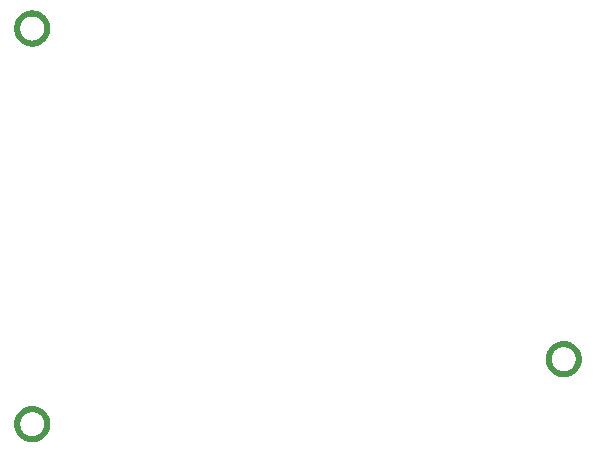
<source format=gbr>
G04 EAGLE Gerber RS-274X export*
G75*
%MOMM*%
%FSLAX34Y34*%
%LPD*%
%INSilkscreen Bottom*%
%IPPOS*%
%AMOC8*
5,1,8,0,0,1.08239X$1,22.5*%
G01*
%ADD10C,0.500000*%


D10*
X-47748Y355000D02*
X-47744Y355313D01*
X-47733Y355626D01*
X-47713Y355938D01*
X-47687Y356250D01*
X-47652Y356560D01*
X-47610Y356871D01*
X-47560Y357179D01*
X-47503Y357487D01*
X-47438Y357793D01*
X-47366Y358098D01*
X-47286Y358400D01*
X-47199Y358701D01*
X-47105Y358999D01*
X-47003Y359295D01*
X-46894Y359588D01*
X-46778Y359878D01*
X-46654Y360166D01*
X-46524Y360450D01*
X-46387Y360732D01*
X-46243Y361009D01*
X-46092Y361283D01*
X-45934Y361554D01*
X-45770Y361820D01*
X-45600Y362082D01*
X-45423Y362340D01*
X-45239Y362594D01*
X-45050Y362843D01*
X-44854Y363087D01*
X-44653Y363327D01*
X-44446Y363561D01*
X-44233Y363790D01*
X-44014Y364014D01*
X-43790Y364233D01*
X-43561Y364446D01*
X-43327Y364653D01*
X-43087Y364854D01*
X-42843Y365050D01*
X-42594Y365239D01*
X-42340Y365423D01*
X-42082Y365600D01*
X-41820Y365770D01*
X-41554Y365934D01*
X-41283Y366092D01*
X-41009Y366243D01*
X-40732Y366387D01*
X-40450Y366524D01*
X-40166Y366654D01*
X-39878Y366778D01*
X-39588Y366894D01*
X-39295Y367003D01*
X-38999Y367105D01*
X-38701Y367199D01*
X-38400Y367286D01*
X-38098Y367366D01*
X-37793Y367438D01*
X-37487Y367503D01*
X-37179Y367560D01*
X-36871Y367610D01*
X-36560Y367652D01*
X-36250Y367687D01*
X-35938Y367713D01*
X-35626Y367733D01*
X-35313Y367744D01*
X-35000Y367748D01*
X-34687Y367744D01*
X-34374Y367733D01*
X-34062Y367713D01*
X-33750Y367687D01*
X-33440Y367652D01*
X-33129Y367610D01*
X-32821Y367560D01*
X-32513Y367503D01*
X-32207Y367438D01*
X-31902Y367366D01*
X-31600Y367286D01*
X-31299Y367199D01*
X-31001Y367105D01*
X-30705Y367003D01*
X-30412Y366894D01*
X-30122Y366778D01*
X-29834Y366654D01*
X-29550Y366524D01*
X-29268Y366387D01*
X-28991Y366243D01*
X-28717Y366092D01*
X-28446Y365934D01*
X-28180Y365770D01*
X-27918Y365600D01*
X-27660Y365423D01*
X-27406Y365239D01*
X-27157Y365050D01*
X-26913Y364854D01*
X-26673Y364653D01*
X-26439Y364446D01*
X-26210Y364233D01*
X-25986Y364014D01*
X-25767Y363790D01*
X-25554Y363561D01*
X-25347Y363327D01*
X-25146Y363087D01*
X-24950Y362843D01*
X-24761Y362594D01*
X-24577Y362340D01*
X-24400Y362082D01*
X-24230Y361820D01*
X-24066Y361554D01*
X-23908Y361283D01*
X-23757Y361009D01*
X-23613Y360732D01*
X-23476Y360450D01*
X-23346Y360166D01*
X-23222Y359878D01*
X-23106Y359588D01*
X-22997Y359295D01*
X-22895Y358999D01*
X-22801Y358701D01*
X-22714Y358400D01*
X-22634Y358098D01*
X-22562Y357793D01*
X-22497Y357487D01*
X-22440Y357179D01*
X-22390Y356871D01*
X-22348Y356560D01*
X-22313Y356250D01*
X-22287Y355938D01*
X-22267Y355626D01*
X-22256Y355313D01*
X-22252Y355000D01*
X-22256Y354687D01*
X-22267Y354374D01*
X-22287Y354062D01*
X-22313Y353750D01*
X-22348Y353440D01*
X-22390Y353129D01*
X-22440Y352821D01*
X-22497Y352513D01*
X-22562Y352207D01*
X-22634Y351902D01*
X-22714Y351600D01*
X-22801Y351299D01*
X-22895Y351001D01*
X-22997Y350705D01*
X-23106Y350412D01*
X-23222Y350122D01*
X-23346Y349834D01*
X-23476Y349550D01*
X-23613Y349268D01*
X-23757Y348991D01*
X-23908Y348717D01*
X-24066Y348446D01*
X-24230Y348180D01*
X-24400Y347918D01*
X-24577Y347660D01*
X-24761Y347406D01*
X-24950Y347157D01*
X-25146Y346913D01*
X-25347Y346673D01*
X-25554Y346439D01*
X-25767Y346210D01*
X-25986Y345986D01*
X-26210Y345767D01*
X-26439Y345554D01*
X-26673Y345347D01*
X-26913Y345146D01*
X-27157Y344950D01*
X-27406Y344761D01*
X-27660Y344577D01*
X-27918Y344400D01*
X-28180Y344230D01*
X-28446Y344066D01*
X-28717Y343908D01*
X-28991Y343757D01*
X-29268Y343613D01*
X-29550Y343476D01*
X-29834Y343346D01*
X-30122Y343222D01*
X-30412Y343106D01*
X-30705Y342997D01*
X-31001Y342895D01*
X-31299Y342801D01*
X-31600Y342714D01*
X-31902Y342634D01*
X-32207Y342562D01*
X-32513Y342497D01*
X-32821Y342440D01*
X-33129Y342390D01*
X-33440Y342348D01*
X-33750Y342313D01*
X-34062Y342287D01*
X-34374Y342267D01*
X-34687Y342256D01*
X-35000Y342252D01*
X-35313Y342256D01*
X-35626Y342267D01*
X-35938Y342287D01*
X-36250Y342313D01*
X-36560Y342348D01*
X-36871Y342390D01*
X-37179Y342440D01*
X-37487Y342497D01*
X-37793Y342562D01*
X-38098Y342634D01*
X-38400Y342714D01*
X-38701Y342801D01*
X-38999Y342895D01*
X-39295Y342997D01*
X-39588Y343106D01*
X-39878Y343222D01*
X-40166Y343346D01*
X-40450Y343476D01*
X-40732Y343613D01*
X-41009Y343757D01*
X-41283Y343908D01*
X-41554Y344066D01*
X-41820Y344230D01*
X-42082Y344400D01*
X-42340Y344577D01*
X-42594Y344761D01*
X-42843Y344950D01*
X-43087Y345146D01*
X-43327Y345347D01*
X-43561Y345554D01*
X-43790Y345767D01*
X-44014Y345986D01*
X-44233Y346210D01*
X-44446Y346439D01*
X-44653Y346673D01*
X-44854Y346913D01*
X-45050Y347157D01*
X-45239Y347406D01*
X-45423Y347660D01*
X-45600Y347918D01*
X-45770Y348180D01*
X-45934Y348446D01*
X-46092Y348717D01*
X-46243Y348991D01*
X-46387Y349268D01*
X-46524Y349550D01*
X-46654Y349834D01*
X-46778Y350122D01*
X-46894Y350412D01*
X-47003Y350705D01*
X-47105Y351001D01*
X-47199Y351299D01*
X-47286Y351600D01*
X-47366Y351902D01*
X-47438Y352207D01*
X-47503Y352513D01*
X-47560Y352821D01*
X-47610Y353129D01*
X-47652Y353440D01*
X-47687Y353750D01*
X-47713Y354062D01*
X-47733Y354374D01*
X-47744Y354687D01*
X-47748Y355000D01*
X-47748Y20000D02*
X-47744Y20313D01*
X-47733Y20626D01*
X-47713Y20938D01*
X-47687Y21250D01*
X-47652Y21560D01*
X-47610Y21871D01*
X-47560Y22179D01*
X-47503Y22487D01*
X-47438Y22793D01*
X-47366Y23098D01*
X-47286Y23400D01*
X-47199Y23701D01*
X-47105Y23999D01*
X-47003Y24295D01*
X-46894Y24588D01*
X-46778Y24878D01*
X-46654Y25166D01*
X-46524Y25450D01*
X-46387Y25732D01*
X-46243Y26009D01*
X-46092Y26283D01*
X-45934Y26554D01*
X-45770Y26820D01*
X-45600Y27082D01*
X-45423Y27340D01*
X-45239Y27594D01*
X-45050Y27843D01*
X-44854Y28087D01*
X-44653Y28327D01*
X-44446Y28561D01*
X-44233Y28790D01*
X-44014Y29014D01*
X-43790Y29233D01*
X-43561Y29446D01*
X-43327Y29653D01*
X-43087Y29854D01*
X-42843Y30050D01*
X-42594Y30239D01*
X-42340Y30423D01*
X-42082Y30600D01*
X-41820Y30770D01*
X-41554Y30934D01*
X-41283Y31092D01*
X-41009Y31243D01*
X-40732Y31387D01*
X-40450Y31524D01*
X-40166Y31654D01*
X-39878Y31778D01*
X-39588Y31894D01*
X-39295Y32003D01*
X-38999Y32105D01*
X-38701Y32199D01*
X-38400Y32286D01*
X-38098Y32366D01*
X-37793Y32438D01*
X-37487Y32503D01*
X-37179Y32560D01*
X-36871Y32610D01*
X-36560Y32652D01*
X-36250Y32687D01*
X-35938Y32713D01*
X-35626Y32733D01*
X-35313Y32744D01*
X-35000Y32748D01*
X-34687Y32744D01*
X-34374Y32733D01*
X-34062Y32713D01*
X-33750Y32687D01*
X-33440Y32652D01*
X-33129Y32610D01*
X-32821Y32560D01*
X-32513Y32503D01*
X-32207Y32438D01*
X-31902Y32366D01*
X-31600Y32286D01*
X-31299Y32199D01*
X-31001Y32105D01*
X-30705Y32003D01*
X-30412Y31894D01*
X-30122Y31778D01*
X-29834Y31654D01*
X-29550Y31524D01*
X-29268Y31387D01*
X-28991Y31243D01*
X-28717Y31092D01*
X-28446Y30934D01*
X-28180Y30770D01*
X-27918Y30600D01*
X-27660Y30423D01*
X-27406Y30239D01*
X-27157Y30050D01*
X-26913Y29854D01*
X-26673Y29653D01*
X-26439Y29446D01*
X-26210Y29233D01*
X-25986Y29014D01*
X-25767Y28790D01*
X-25554Y28561D01*
X-25347Y28327D01*
X-25146Y28087D01*
X-24950Y27843D01*
X-24761Y27594D01*
X-24577Y27340D01*
X-24400Y27082D01*
X-24230Y26820D01*
X-24066Y26554D01*
X-23908Y26283D01*
X-23757Y26009D01*
X-23613Y25732D01*
X-23476Y25450D01*
X-23346Y25166D01*
X-23222Y24878D01*
X-23106Y24588D01*
X-22997Y24295D01*
X-22895Y23999D01*
X-22801Y23701D01*
X-22714Y23400D01*
X-22634Y23098D01*
X-22562Y22793D01*
X-22497Y22487D01*
X-22440Y22179D01*
X-22390Y21871D01*
X-22348Y21560D01*
X-22313Y21250D01*
X-22287Y20938D01*
X-22267Y20626D01*
X-22256Y20313D01*
X-22252Y20000D01*
X-22256Y19687D01*
X-22267Y19374D01*
X-22287Y19062D01*
X-22313Y18750D01*
X-22348Y18440D01*
X-22390Y18129D01*
X-22440Y17821D01*
X-22497Y17513D01*
X-22562Y17207D01*
X-22634Y16902D01*
X-22714Y16600D01*
X-22801Y16299D01*
X-22895Y16001D01*
X-22997Y15705D01*
X-23106Y15412D01*
X-23222Y15122D01*
X-23346Y14834D01*
X-23476Y14550D01*
X-23613Y14268D01*
X-23757Y13991D01*
X-23908Y13717D01*
X-24066Y13446D01*
X-24230Y13180D01*
X-24400Y12918D01*
X-24577Y12660D01*
X-24761Y12406D01*
X-24950Y12157D01*
X-25146Y11913D01*
X-25347Y11673D01*
X-25554Y11439D01*
X-25767Y11210D01*
X-25986Y10986D01*
X-26210Y10767D01*
X-26439Y10554D01*
X-26673Y10347D01*
X-26913Y10146D01*
X-27157Y9950D01*
X-27406Y9761D01*
X-27660Y9577D01*
X-27918Y9400D01*
X-28180Y9230D01*
X-28446Y9066D01*
X-28717Y8908D01*
X-28991Y8757D01*
X-29268Y8613D01*
X-29550Y8476D01*
X-29834Y8346D01*
X-30122Y8222D01*
X-30412Y8106D01*
X-30705Y7997D01*
X-31001Y7895D01*
X-31299Y7801D01*
X-31600Y7714D01*
X-31902Y7634D01*
X-32207Y7562D01*
X-32513Y7497D01*
X-32821Y7440D01*
X-33129Y7390D01*
X-33440Y7348D01*
X-33750Y7313D01*
X-34062Y7287D01*
X-34374Y7267D01*
X-34687Y7256D01*
X-35000Y7252D01*
X-35313Y7256D01*
X-35626Y7267D01*
X-35938Y7287D01*
X-36250Y7313D01*
X-36560Y7348D01*
X-36871Y7390D01*
X-37179Y7440D01*
X-37487Y7497D01*
X-37793Y7562D01*
X-38098Y7634D01*
X-38400Y7714D01*
X-38701Y7801D01*
X-38999Y7895D01*
X-39295Y7997D01*
X-39588Y8106D01*
X-39878Y8222D01*
X-40166Y8346D01*
X-40450Y8476D01*
X-40732Y8613D01*
X-41009Y8757D01*
X-41283Y8908D01*
X-41554Y9066D01*
X-41820Y9230D01*
X-42082Y9400D01*
X-42340Y9577D01*
X-42594Y9761D01*
X-42843Y9950D01*
X-43087Y10146D01*
X-43327Y10347D01*
X-43561Y10554D01*
X-43790Y10767D01*
X-44014Y10986D01*
X-44233Y11210D01*
X-44446Y11439D01*
X-44653Y11673D01*
X-44854Y11913D01*
X-45050Y12157D01*
X-45239Y12406D01*
X-45423Y12660D01*
X-45600Y12918D01*
X-45770Y13180D01*
X-45934Y13446D01*
X-46092Y13717D01*
X-46243Y13991D01*
X-46387Y14268D01*
X-46524Y14550D01*
X-46654Y14834D01*
X-46778Y15122D01*
X-46894Y15412D01*
X-47003Y15705D01*
X-47105Y16001D01*
X-47199Y16299D01*
X-47286Y16600D01*
X-47366Y16902D01*
X-47438Y17207D01*
X-47503Y17513D01*
X-47560Y17821D01*
X-47610Y18129D01*
X-47652Y18440D01*
X-47687Y18750D01*
X-47713Y19062D01*
X-47733Y19374D01*
X-47744Y19687D01*
X-47748Y20000D01*
X402252Y75000D02*
X402256Y75313D01*
X402267Y75626D01*
X402287Y75938D01*
X402313Y76250D01*
X402348Y76560D01*
X402390Y76871D01*
X402440Y77179D01*
X402497Y77487D01*
X402562Y77793D01*
X402634Y78098D01*
X402714Y78400D01*
X402801Y78701D01*
X402895Y78999D01*
X402997Y79295D01*
X403106Y79588D01*
X403222Y79878D01*
X403346Y80166D01*
X403476Y80450D01*
X403613Y80732D01*
X403757Y81009D01*
X403908Y81283D01*
X404066Y81554D01*
X404230Y81820D01*
X404400Y82082D01*
X404577Y82340D01*
X404761Y82594D01*
X404950Y82843D01*
X405146Y83087D01*
X405347Y83327D01*
X405554Y83561D01*
X405767Y83790D01*
X405986Y84014D01*
X406210Y84233D01*
X406439Y84446D01*
X406673Y84653D01*
X406913Y84854D01*
X407157Y85050D01*
X407406Y85239D01*
X407660Y85423D01*
X407918Y85600D01*
X408180Y85770D01*
X408446Y85934D01*
X408717Y86092D01*
X408991Y86243D01*
X409268Y86387D01*
X409550Y86524D01*
X409834Y86654D01*
X410122Y86778D01*
X410412Y86894D01*
X410705Y87003D01*
X411001Y87105D01*
X411299Y87199D01*
X411600Y87286D01*
X411902Y87366D01*
X412207Y87438D01*
X412513Y87503D01*
X412821Y87560D01*
X413129Y87610D01*
X413440Y87652D01*
X413750Y87687D01*
X414062Y87713D01*
X414374Y87733D01*
X414687Y87744D01*
X415000Y87748D01*
X415313Y87744D01*
X415626Y87733D01*
X415938Y87713D01*
X416250Y87687D01*
X416560Y87652D01*
X416871Y87610D01*
X417179Y87560D01*
X417487Y87503D01*
X417793Y87438D01*
X418098Y87366D01*
X418400Y87286D01*
X418701Y87199D01*
X418999Y87105D01*
X419295Y87003D01*
X419588Y86894D01*
X419878Y86778D01*
X420166Y86654D01*
X420450Y86524D01*
X420732Y86387D01*
X421009Y86243D01*
X421283Y86092D01*
X421554Y85934D01*
X421820Y85770D01*
X422082Y85600D01*
X422340Y85423D01*
X422594Y85239D01*
X422843Y85050D01*
X423087Y84854D01*
X423327Y84653D01*
X423561Y84446D01*
X423790Y84233D01*
X424014Y84014D01*
X424233Y83790D01*
X424446Y83561D01*
X424653Y83327D01*
X424854Y83087D01*
X425050Y82843D01*
X425239Y82594D01*
X425423Y82340D01*
X425600Y82082D01*
X425770Y81820D01*
X425934Y81554D01*
X426092Y81283D01*
X426243Y81009D01*
X426387Y80732D01*
X426524Y80450D01*
X426654Y80166D01*
X426778Y79878D01*
X426894Y79588D01*
X427003Y79295D01*
X427105Y78999D01*
X427199Y78701D01*
X427286Y78400D01*
X427366Y78098D01*
X427438Y77793D01*
X427503Y77487D01*
X427560Y77179D01*
X427610Y76871D01*
X427652Y76560D01*
X427687Y76250D01*
X427713Y75938D01*
X427733Y75626D01*
X427744Y75313D01*
X427748Y75000D01*
X427744Y74687D01*
X427733Y74374D01*
X427713Y74062D01*
X427687Y73750D01*
X427652Y73440D01*
X427610Y73129D01*
X427560Y72821D01*
X427503Y72513D01*
X427438Y72207D01*
X427366Y71902D01*
X427286Y71600D01*
X427199Y71299D01*
X427105Y71001D01*
X427003Y70705D01*
X426894Y70412D01*
X426778Y70122D01*
X426654Y69834D01*
X426524Y69550D01*
X426387Y69268D01*
X426243Y68991D01*
X426092Y68717D01*
X425934Y68446D01*
X425770Y68180D01*
X425600Y67918D01*
X425423Y67660D01*
X425239Y67406D01*
X425050Y67157D01*
X424854Y66913D01*
X424653Y66673D01*
X424446Y66439D01*
X424233Y66210D01*
X424014Y65986D01*
X423790Y65767D01*
X423561Y65554D01*
X423327Y65347D01*
X423087Y65146D01*
X422843Y64950D01*
X422594Y64761D01*
X422340Y64577D01*
X422082Y64400D01*
X421820Y64230D01*
X421554Y64066D01*
X421283Y63908D01*
X421009Y63757D01*
X420732Y63613D01*
X420450Y63476D01*
X420166Y63346D01*
X419878Y63222D01*
X419588Y63106D01*
X419295Y62997D01*
X418999Y62895D01*
X418701Y62801D01*
X418400Y62714D01*
X418098Y62634D01*
X417793Y62562D01*
X417487Y62497D01*
X417179Y62440D01*
X416871Y62390D01*
X416560Y62348D01*
X416250Y62313D01*
X415938Y62287D01*
X415626Y62267D01*
X415313Y62256D01*
X415000Y62252D01*
X414687Y62256D01*
X414374Y62267D01*
X414062Y62287D01*
X413750Y62313D01*
X413440Y62348D01*
X413129Y62390D01*
X412821Y62440D01*
X412513Y62497D01*
X412207Y62562D01*
X411902Y62634D01*
X411600Y62714D01*
X411299Y62801D01*
X411001Y62895D01*
X410705Y62997D01*
X410412Y63106D01*
X410122Y63222D01*
X409834Y63346D01*
X409550Y63476D01*
X409268Y63613D01*
X408991Y63757D01*
X408717Y63908D01*
X408446Y64066D01*
X408180Y64230D01*
X407918Y64400D01*
X407660Y64577D01*
X407406Y64761D01*
X407157Y64950D01*
X406913Y65146D01*
X406673Y65347D01*
X406439Y65554D01*
X406210Y65767D01*
X405986Y65986D01*
X405767Y66210D01*
X405554Y66439D01*
X405347Y66673D01*
X405146Y66913D01*
X404950Y67157D01*
X404761Y67406D01*
X404577Y67660D01*
X404400Y67918D01*
X404230Y68180D01*
X404066Y68446D01*
X403908Y68717D01*
X403757Y68991D01*
X403613Y69268D01*
X403476Y69550D01*
X403346Y69834D01*
X403222Y70122D01*
X403106Y70412D01*
X402997Y70705D01*
X402895Y71001D01*
X402801Y71299D01*
X402714Y71600D01*
X402634Y71902D01*
X402562Y72207D01*
X402497Y72513D01*
X402440Y72821D01*
X402390Y73129D01*
X402348Y73440D01*
X402313Y73750D01*
X402287Y74062D01*
X402267Y74374D01*
X402256Y74687D01*
X402252Y75000D01*
M02*

</source>
